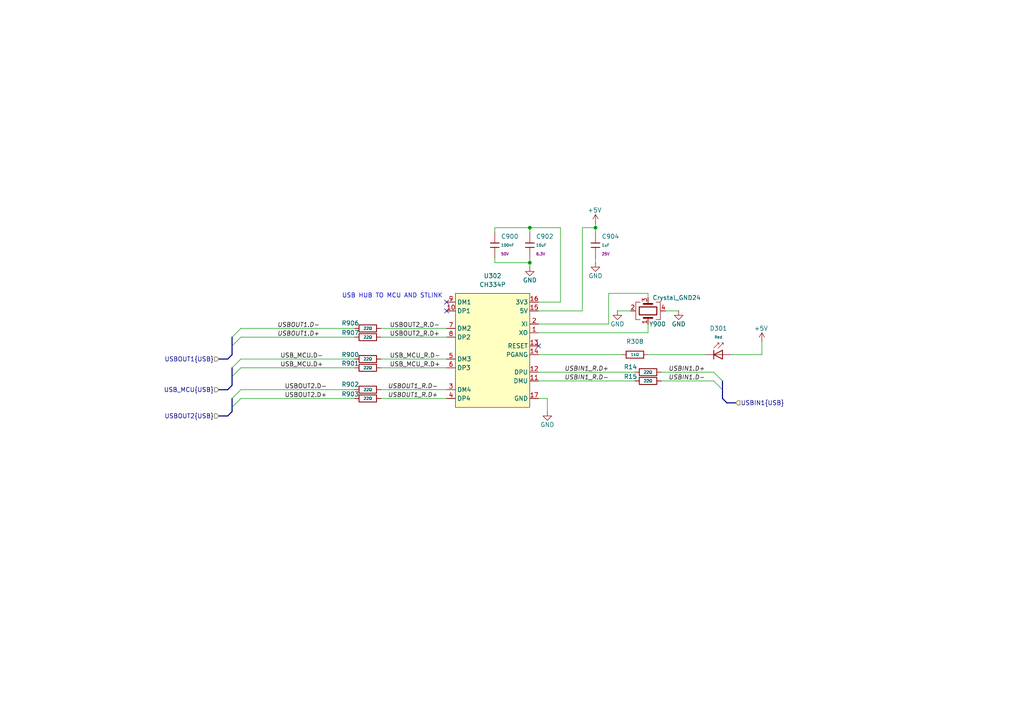
<source format=kicad_sch>
(kicad_sch (version 20250114) (generator "eeschema") (generator_version "9.0")
  (paper "A4")
  (title_block (title "MMS2") (date "2025-04-22") (rev "A") (company "Moducard System") (comment 1 "Artem Horiunov") (comment 2 "Designed in poland"))
  (lib_symbols
    (symbol "CH334P:CH334P"
      (property "Reference" "U" (at -8.89 7.62 0))
      (property "Value" "CH334P" (at -1.27 1.27 0))
      (symbol "CH334P_1_1"
        (rectangle (start -10.16 6.35) (end 11.43 -26.67) (fill (type background)))
        (pin input line (at -12.7 3.81 0) (length 2.54) (name "DM1") (number "9"))
        (pin input line (at -12.7 1.27 0) (length 2.54) (name "DP1") (number "10"))
        (pin input line (at -12.7 -3.81 0) (length 2.54) (name "DM2") (number "7"))
        (pin input line (at -12.7 -6.35 0) (length 2.54) (name "DP2") (number "8"))
        (pin input line (at -12.7 -12.7 0) (length 2.54) (name "DM3") (number "5"))
        (pin input line (at -12.7 -15.24 0) (length 2.54) (name "DP3") (number "6"))
        (pin input line (at -12.7 -21.59 0) (length 2.54) (name "DM4") (number "3"))
        (pin input line (at -12.7 -24.13 0) (length 2.54) (name "DP4") (number "4"))
        (pin input line (at 13.97 3.81 180) (length 2.54) (name "3V3") (number "16"))
        (pin input line (at 13.97 1.27 180) (length 2.54) (name "5V") (number "15"))
        (pin input line (at 13.97 -2.54 180) (length 2.54) (name "XI") (number "2"))
        (pin input line (at 13.97 -5.08 180) (length 2.54) (name "XO") (number "1"))
        (pin input line (at 13.97 -8.89 180) (length 2.54) (name "RESET") (number "13"))
        (pin input line (at 13.97 -11.43 180) (length 2.54) (name "PGANG") (number "14"))
        (pin input line (at 13.97 -16.51 180) (length 2.54) (name "DPU") (number "12"))
        (pin input line (at 13.97 -19.05 180) (length 2.54) (name "DMU") (number "11"))
        (pin input line (at 13.97 -24.13 180) (length 2.54) (name "GND") (number "17"))
      )
    )
    (symbol "Device:Crystal_GND24" (pin_names (offset 1.016) (hide yes))
      (property "Reference" "Y" (at 3.175 5.08 0))
      (property "Value" "Crystal_GND24" (at 3.175 3.175 0))
      (symbol "Crystal_GND24_0_1"
        (polyline (pts (xy -2.54 2.286) (xy -2.54 3.556) (xy 2.54 3.556) (xy 2.54 2.286)))
        (polyline (pts (xy -2.54 0) (xy -2.032 0)))
        (polyline (pts (xy -2.54 -2.286) (xy -2.54 -3.556) (xy 2.54 -3.556) (xy 2.54 -2.286)))
        (polyline (pts (xy -2.032 -1.27) (xy -2.032 1.27)) (stroke (width 0.508)))
        (rectangle (start -1.143 2.54) (end 1.143 -2.54) (stroke (width 0.3048)))
        (polyline (pts (xy 0 3.556) (xy 0 3.81)))
        (polyline (pts (xy 0 -3.81) (xy 0 -3.556)))
        (polyline (pts (xy 2.032 0) (xy 2.54 0)))
        (polyline (pts (xy 2.032 -1.27) (xy 2.032 1.27)) (stroke (width 0.508)))
      )
      (symbol "Crystal_GND24_1_1"
        (pin passive line (at -3.81 0 0) (length 1.27) (name "1") (number "1"))
        (pin passive line (at 0 5.08 270) (length 1.27) (name "2") (number "2"))
        (pin passive line (at 0 -5.08 90) (length 1.27) (name "4") (number "4"))
        (pin passive line (at 3.81 0 180) (length 1.27) (name "3") (number "3"))
      )
    )
    (symbol "PCM_JLCPCB-Capacitors:0402,100nF,(2)" (pin_numbers (hide yes)) (pin_names (offset 0))
      (property "Reference" "C" (at 2.032 1.668 0))
      (property "Value" "100nF" (at 2.032 -0.3782 0))
      (property "Voltage Rated" "50V" (at 2.032 -2.0462 0))
      (symbol "0402,100nF,(2)_0_1"
        (polyline (pts (xy -1.27 0.635) (xy 1.27 0.635)) (stroke (width 0.254)))
        (polyline (pts (xy -1.27 -0.635) (xy 1.27 -0.635)) (stroke (width 0.254)))
      )
      (symbol "0402,100nF,(2)_1_1"
        (pin passive line (at 0 3.81 270) (length 3.175) (name "~") (number "1"))
        (pin passive line (at 0 -3.81 90) (length 3.175) (name "~") (number "2"))
      )
    )
    (symbol "PCM_JLCPCB-Capacitors:0402,10uF" (pin_numbers (hide yes)) (pin_names (offset 0))
      (property "Reference" "C" (at 2.032 1.668 0))
      (property "Value" "10uF" (at 2.032 -0.3782 0))
      (property "Voltage Rated" "6.3V" (at 2.032 -2.0462 0))
      (symbol "0402,10uF_0_1"
        (polyline (pts (xy -1.27 0.635) (xy 1.27 0.635)) (stroke (width 0.254)))
        (polyline (pts (xy -1.27 -0.635) (xy 1.27 -0.635)) (stroke (width 0.254)))
      )
      (symbol "0402,10uF_1_1"
        (pin passive line (at 0 3.81 270) (length 3.175) (name "~") (number "1"))
        (pin passive line (at 0 -3.81 90) (length 3.175) (name "~") (number "2"))
      )
    )
    (symbol "PCM_JLCPCB-Capacitors:0402,1uF" (pin_numbers (hide yes)) (pin_names (offset 0))
      (property "Reference" "C" (at 2.032 1.668 0))
      (property "Value" "1uF" (at 2.032 -0.3782 0))
      (property "Voltage Rated" "25V" (at 2.032 -2.0462 0))
      (symbol "0402,1uF_0_1"
        (polyline (pts (xy -1.27 0.635) (xy 1.27 0.635)) (stroke (width 0.254)))
        (polyline (pts (xy -1.27 -0.635) (xy 1.27 -0.635)) (stroke (width 0.254)))
      )
      (symbol "0402,1uF_1_1"
        (pin passive line (at 0 3.81 270) (length 3.175) (name "~") (number "1"))
        (pin passive line (at 0 -3.81 90) (length 3.175) (name "~") (number "2"))
      )
    )
    (symbol "PCM_JLCPCB-Diodes:LED,0603,Red" (pin_numbers (hide yes)) (pin_names (offset 0))
      (property "Reference" "D" (at 2.032 0.834 0))
      (property "Value" "Red" (at 2.032 -1.2122 0))
      (symbol "LED,0603,Red_0_1"
        (polyline (pts (xy -1.905 0) (xy -3.429 1.524) (xy -3.429 1.016) (xy -3.429 1.524) (xy -2.921 1.524)) (stroke (width 0.127)))
        (polyline (pts (xy -1.905 -1.27) (xy -3.429 0.254) (xy -3.429 -0.254) (xy -3.429 0.254) (xy -2.921 0.254)) (stroke (width 0.127)))
        (polyline (pts (xy -1.27 1.27) (xy 0 -1.27) (xy 1.27 1.27) (xy -1.27 1.27)) (stroke (width 0.254)))
        (polyline (pts (xy -1.27 -1.27) (xy 1.27 -1.27)) (stroke (width 0.254)))
      )
      (symbol "LED,0603,Red_1_1"
        (pin passive line (at 0 3.81 270) (length 3.81) (name "~") (number "2"))
        (pin passive line (at 0 -3.81 90) (length 3.81) (name "~") (number "1"))
      )
    )
    (symbol "PCM_JLCPCB-Resistors:0402,1kΩ" (pin_numbers (hide yes)) (pin_names (offset 0))
      (property "Reference" "R" (at 1.778 0 0))
      (property "Value" "1kΩ" (at 0 0 90))
      (symbol "0402,1kΩ_0_1"
        (rectangle (start -1.016 2.54) (end 1.016 -2.54) (stroke (width 0.254)))
      )
      (symbol "0402,1kΩ_1_1"
        (pin passive line (at 0 3.81 270) (length 1.27) (name "~") (number "1"))
        (pin passive line (at 0 -3.81 90) (length 1.27) (name "~") (number "2"))
      )
    )
    (symbol "PCM_JLCPCB-Resistors:0402,22Ω" (pin_numbers (hide yes)) (pin_names (offset 0))
      (property "Reference" "R" (at 1.778 0 0))
      (property "Value" "22Ω" (at 0 0 90))
      (symbol "0402,22Ω_0_1"
        (rectangle (start -1.016 2.54) (end 1.016 -2.54) (stroke (width 0.254)))
      )
      (symbol "0402,22Ω_1_1"
        (pin passive line (at 0 3.81 270) (length 1.27) (name "~") (number "1"))
        (pin passive line (at 0 -3.81 90) (length 1.27) (name "~") (number "2"))
      )
    )
    (symbol "power:+5V" (power) (pin_numbers (hide yes)) (pin_names (offset 0) (hide yes))
      (property "Value" "+5V" (at 0 3.556 0))
      (symbol "+5V_0_1"
        (polyline (pts (xy -0.762 1.27) (xy 0 2.54)))
        (polyline (pts (xy 0 2.54) (xy 0.762 1.27)))
        (polyline (pts (xy 0 0) (xy 0 2.54)))
      )
      (symbol "+5V_1_1"
        (pin power_in line (at 0 0 90) (length 0) (name "~") (number "1"))
      )
    )
    (symbol "power:GND" (power) (pin_numbers (hide yes)) (pin_names (offset 0) (hide yes))
      (property "Value" "GND" (at 0 -3.81 0))
      (symbol "GND_0_1"
        (polyline (pts (xy 0 0) (xy 0 -1.27) (xy 1.27 -1.27) (xy 0 -2.54) (xy -1.27 -1.27) (xy 0 -1.27)))
      )
      (symbol "GND_1_1"
        (pin power_in line (at 0 0 270) (length 0) (name "~") (number "1"))
      )
    )
  )
  (text "USB HUB TO MCU AND STLINK" (at 113.792 85.852 0) (effects (font (size 1.27 1.27))))
  (junction (at 172.72 66.04))
  (junction (at 153.67 66.04))
  (junction (at 153.67 76.2))
  (no_connect (at 129.54 87.63))
  (no_connect (at 156.21 100.33))
  (no_connect (at 129.54 90.17))
  (bus_entry (at 209.55 110.49) (size -2.54 -2.54))
  (bus_entry (at 67.31 118.11) (size 2.54 -2.54))
  (bus_entry (at 67.31 115.57) (size 2.54 -2.54))
  (bus_entry (at 209.55 113.03) (size -2.54 -2.54))
  (bus_entry (at 69.85 104.14) (size -2.54 2.54))
  (bus_entry (at 69.85 97.79) (size -2.54 2.54))
  (bus_entry (at 69.85 106.68) (size -2.54 2.54))
  (bus_entry (at 69.85 95.25) (size -2.54 2.54))
  (wire (pts (xy 156.21 110.49) (xy 184.15 110.49)))
  (wire (pts (xy 69.85 95.25) (xy 102.87 95.25)))
  (wire (pts (xy 110.49 113.03) (xy 129.54 113.03)))
  (wire (pts (xy 156.21 96.52) (xy 187.96 96.52)))
  (bus (pts (xy 63.5 120.65) (xy 66.04 120.65)))
  (bus (pts (xy 209.55 113.03) (xy 209.55 115.57)))
  (wire (pts (xy 143.51 76.2) (xy 143.51 74.93)))
  (bus (pts (xy 67.31 97.79) (xy 67.31 100.33)))
  (wire (pts (xy 156.21 90.17) (xy 168.91 90.17)))
  (wire (pts (xy 156.21 87.63) (xy 162.56 87.63)))
  (wire (pts (xy 187.96 93.98) (xy 187.96 96.52)))
  (bus (pts (xy 210.82 116.84) (xy 213.36 116.84)))
  (wire (pts (xy 162.56 66.04) (xy 162.56 87.63)))
  (wire (pts (xy 212.09 102.87) (xy 220.98 102.87)))
  (wire (pts (xy 168.91 66.04) (xy 168.91 90.17)))
  (wire (pts (xy 153.67 76.2) (xy 153.67 77.47)))
  (bus (pts (xy 67.31 100.33) (xy 67.31 102.87)))
  (wire (pts (xy 153.67 74.93) (xy 153.67 76.2)))
  (wire (pts (xy 193.04 90.17) (xy 196.85 90.17)))
  (wire (pts (xy 191.77 107.95) (xy 207.01 107.95)))
  (bus (pts (xy 67.31 102.87) (xy 66.04 104.14)))
  (wire (pts (xy 69.85 97.79) (xy 102.87 97.79)))
  (wire (pts (xy 156.21 93.98) (xy 176.53 93.98)))
  (bus (pts (xy 63.5 104.14) (xy 66.04 104.14)))
  (bus (pts (xy 209.55 110.49) (xy 209.55 113.03)))
  (wire (pts (xy 158.75 119.38) (xy 158.75 115.57)))
  (bus (pts (xy 67.31 106.68) (xy 67.31 109.22)))
  (bus (pts (xy 63.5 113.03) (xy 66.04 113.03)))
  (wire (pts (xy 176.53 85.09) (xy 187.96 85.09)))
  (wire (pts (xy 110.49 97.79) (xy 129.54 97.79)))
  (wire (pts (xy 168.91 66.04) (xy 172.72 66.04)))
  (wire (pts (xy 69.85 113.03) (xy 102.87 113.03)))
  (wire (pts (xy 143.51 76.2) (xy 153.67 76.2)))
  (wire (pts (xy 143.51 66.04) (xy 143.51 67.31)))
  (wire (pts (xy 172.72 67.31) (xy 172.72 66.04)))
  (bus (pts (xy 67.31 109.22) (xy 67.31 111.76)))
  (bus (pts (xy 67.31 115.57) (xy 67.31 118.11)))
  (wire (pts (xy 176.53 85.09) (xy 176.53 93.98)))
  (wire (pts (xy 220.98 102.87) (xy 220.98 99.06)))
  (wire (pts (xy 69.85 115.57) (xy 102.87 115.57)))
  (wire (pts (xy 110.49 106.68) (xy 129.54 106.68)))
  (wire (pts (xy 156.21 102.87) (xy 180.34 102.87)))
  (wire (pts (xy 158.75 115.57) (xy 156.21 115.57)))
  (wire (pts (xy 110.49 95.25) (xy 129.54 95.25)))
  (bus (pts (xy 210.82 116.84) (xy 209.55 115.57)))
  (wire (pts (xy 69.85 104.14) (xy 102.87 104.14)))
  (wire (pts (xy 191.77 110.49) (xy 207.01 110.49)))
  (wire (pts (xy 187.96 85.09) (xy 187.96 86.36)))
  (wire (pts (xy 69.85 106.68) (xy 102.87 106.68)))
  (bus (pts (xy 67.31 111.76) (xy 66.04 113.03)))
  (wire (pts (xy 172.72 74.93) (xy 172.72 76.2)))
  (wire (pts (xy 110.49 104.14) (xy 129.54 104.14)))
  (bus (pts (xy 67.31 119.38) (xy 66.04 120.65)))
  (wire (pts (xy 172.72 64.77) (xy 172.72 66.04)))
  (wire (pts (xy 110.49 115.57) (xy 129.54 115.57)))
  (wire (pts (xy 156.21 107.95) (xy 184.15 107.95)))
  (bus (pts (xy 67.31 118.11) (xy 67.31 119.38)))
  (wire (pts (xy 153.67 67.31) (xy 153.67 66.04)))
  (wire (pts (xy 143.51 66.04) (xy 153.67 66.04)))
  (wire (pts (xy 179.07 90.17) (xy 182.88 90.17)))
  (wire (pts (xy 162.56 66.04) (xy 153.67 66.04)))
  (wire (pts (xy 187.96 102.87) (xy 204.47 102.87)))
  (label "USBIN1.D+" (at 204.47 107.95 180) (effects (font (italic yes))))
  (label "USBOUT1_R.D+" (at 127 115.57 180) (effects (font (italic yes))))
  (label "USB_MCU.D+" (at 81.28 106.68 0))
  (label "USBOUT2.D-" (at 82.55 113.03 0))
  (label "USBIN1_R.D-" (at 176.53 110.49 180) (effects (font (italic yes))))
  (label "USB_MCU_R.D-" (at 113.03 104.14 0))
  (label "USBOUT2_R.D+" (at 113.03 97.79 0))
  (label "USBOUT1.D+" (at 92.71 97.79 180) (effects (font (italic yes))))
  (label "USBOUT2.D+" (at 82.55 115.57 0))
  (label "USBOUT1_R.D-" (at 127 113.03 180) (effects (font (italic yes))))
  (label "USB_MCU_R.D+" (at 113.03 106.68 0))
  (label "USBOUT2_R.D-" (at 113.03 95.25 0))
  (label "USBIN1_R.D+" (at 176.53 107.95 180) (effects (font (italic yes))))
  (label "USBOUT1.D-" (at 92.71 95.25 180) (effects (font (italic yes))))
  (label "USB_MCU.D-" (at 81.28 104.14 0))
  (label "USBIN1.D-" (at 204.47 110.49 180) (effects (font (italic yes))))
  (hierarchical_label "USBOUT2{USB}" (shape input) (at 63.5 120.65 180))
  (hierarchical_label "USBOUT1{USB}" (shape input) (at 63.5 104.14 180))
  (hierarchical_label "USB_MCU{USB}" (shape input) (at 63.5 113.03 180))
  (hierarchical_label "USBIN1{USB}" (shape input) (at 213.36 116.84 0))
  (symbol (lib_id "PCM_JLCPCB-Resistors:0402,22Ω") (at 187.96 110.49 90) (unit 1)
    (property "Reference" "R15" (at 182.88 109.22 90))
    (property "Value" "22Ω" (at 187.96 110.49 90) (effects (font (size 0.8 0.8))))
    (property "Footprint" "PCM_JLCPCB:R_0402" (effects (hide yes)))
    (property "Datasheet" "https://www.lcsc.com/datasheet/lcsc_datasheet_2205311900_UNI-ROYAL-Uniroyal-Elec-0402WGF220JTCE_C25092.pdf" (effects (hide yes)))
    (property "Description" "62.5mW Thick Film Resistors 50V ±1% ±100ppm/°C 22Ω 0402 Chip Resistor - Surface Mount ROHS" (effects (hide yes)))
    (property "LCSC" "C25092" (effects (hide yes)))
    (property "Stock" "2158519" (effects (hide yes)))
    (property "Price" "0.004USD" (effects (hide yes)))
    (property "Process" "SMT" (effects (hide yes)))
    (property "Minimum Qty" "20" (effects (hide yes)))
    (property "Attrition Qty" "10" (effects (hide yes)))
    (property "Class" "Basic Component" (effects (hide yes)))
    (property "Category" "Resistors,Chip Resistor - Surface Mount" (effects (hide yes)))
    (property "Manufacturer" "UNI-ROYAL(Uniroyal Elec)" (effects (hide yes)))
    (property "Part" "0402WGF220JTCE" (effects (hide yes)))
    (property "Resistance" "22Ω" (effects (hide yes)))
    (property "Power(Watts)" "62.5mW" (effects (hide yes)))
    (property "Type" "Thick Film Resistors" (effects (hide yes)))
    (property "Overload Voltage (Max)" "50V" (effects (hide yes)))
    (property "Operating Temperature Range" "-55°C~+155°C" (effects (hide yes)))
    (property "Tolerance" "±1%" (effects (hide yes)))
    (property "Temperature Coefficient" "±100ppm/°C" (effects (hide yes)))
  )
  (symbol (lib_id "PCM_JLCPCB-Resistors:0402,22Ω") (at 106.68 104.14 90) (unit 1)
    (property "Reference" "R900" (at 101.6 102.87 90))
    (property "Value" "22Ω" (at 106.68 104.14 90) (effects (font (size 0.8 0.8))))
    (property "Footprint" "PCM_JLCPCB:R_0402" (effects (hide yes)))
    (property "Datasheet" "https://www.lcsc.com/datasheet/lcsc_datasheet_2205311900_UNI-ROYAL-Uniroyal-Elec-0402WGF220JTCE_C25092.pdf" (effects (hide yes)))
    (property "Description" "62.5mW Thick Film Resistors 50V ±1% ±100ppm/°C 22Ω 0402 Chip Resistor - Surface Mount ROHS" (effects (hide yes)))
    (property "LCSC" "C25092" (effects (hide yes)))
    (property "Stock" "2158519" (effects (hide yes)))
    (property "Price" "0.004USD" (effects (hide yes)))
    (property "Process" "SMT" (effects (hide yes)))
    (property "Minimum Qty" "20" (effects (hide yes)))
    (property "Attrition Qty" "10" (effects (hide yes)))
    (property "Class" "Basic Component" (effects (hide yes)))
    (property "Category" "Resistors,Chip Resistor - Surface Mount" (effects (hide yes)))
    (property "Manufacturer" "UNI-ROYAL(Uniroyal Elec)" (effects (hide yes)))
    (property "Part" "0402WGF220JTCE" (effects (hide yes)))
    (property "Resistance" "22Ω" (effects (hide yes)))
    (property "Power(Watts)" "62.5mW" (effects (hide yes)))
    (property "Type" "Thick Film Resistors" (effects (hide yes)))
    (property "Overload Voltage (Max)" "50V" (effects (hide yes)))
    (property "Operating Temperature Range" "-55°C~+155°C" (effects (hide yes)))
    (property "Tolerance" "±1%" (effects (hide yes)))
    (property "Temperature Coefficient" "±100ppm/°C" (effects (hide yes)))
  )
  (symbol (lib_id "power:GND") (at 196.85 90.17 0) (unit 1)
    (property "Reference" "#PWR0901" (effects (hide yes)))
    (property "Value" "GND" (at 196.85 93.98 0))
    (property "Description" "Power symbol creates a global label with name \"GND\" , ground" (effects (hide yes)))
  )
  (symbol (lib_id "PCM_JLCPCB-Resistors:0402,22Ω") (at 106.68 97.79 90) (unit 1)
    (property "Reference" "R907" (at 101.6 96.52 90))
    (property "Value" "22Ω" (at 106.68 97.79 90) (effects (font (size 0.8 0.8))))
    (property "Footprint" "PCM_JLCPCB:R_0402" (effects (hide yes)))
    (property "Datasheet" "https://www.lcsc.com/datasheet/lcsc_datasheet_2205311900_UNI-ROYAL-Uniroyal-Elec-0402WGF220JTCE_C25092.pdf" (effects (hide yes)))
    (property "Description" "62.5mW Thick Film Resistors 50V ±1% ±100ppm/°C 22Ω 0402 Chip Resistor - Surface Mount ROHS" (effects (hide yes)))
    (property "LCSC" "C25092" (effects (hide yes)))
    (property "Stock" "2158519" (effects (hide yes)))
    (property "Price" "0.004USD" (effects (hide yes)))
    (property "Process" "SMT" (effects (hide yes)))
    (property "Minimum Qty" "20" (effects (hide yes)))
    (property "Attrition Qty" "10" (effects (hide yes)))
    (property "Class" "Basic Component" (effects (hide yes)))
    (property "Category" "Resistors,Chip Resistor - Surface Mount" (effects (hide yes)))
    (property "Manufacturer" "UNI-ROYAL(Uniroyal Elec)" (effects (hide yes)))
    (property "Part" "0402WGF220JTCE" (effects (hide yes)))
    (property "Resistance" "22Ω" (effects (hide yes)))
    (property "Power(Watts)" "62.5mW" (effects (hide yes)))
    (property "Type" "Thick Film Resistors" (effects (hide yes)))
    (property "Overload Voltage (Max)" "50V" (effects (hide yes)))
    (property "Operating Temperature Range" "-55°C~+155°C" (effects (hide yes)))
    (property "Tolerance" "±1%" (effects (hide yes)))
    (property "Temperature Coefficient" "±100ppm/°C" (effects (hide yes)))
  )
  (symbol (lib_id "power:GND") (at 153.67 77.47 0) (unit 1)
    (property "Reference" "#PWR0905" (effects (hide yes)))
    (property "Value" "GND" (at 153.67 81.28 0))
    (property "Description" "Power symbol creates a global label with name \"GND\" , ground" (effects (hide yes)))
  )
  (symbol (lib_id "PCM_JLCPCB-Capacitors:0402,100nF,(2)") (at 143.51 71.12 0) (unit 1)
    (property "Reference" "C900" (at 145.288 68.5799 0) (effects (justify left)))
    (property "Value" "100nF" (at 145.288 71.12 0) (effects (font (size 0.8 0.8)) (justify left)))
    (property "Footprint" "PCM_JLCPCB:C_0402" (effects (hide yes)))
    (property "Datasheet" "https://www.lcsc.com/datasheet/lcsc_datasheet_2304140030_Samsung-Electro-Mechanics-CL05B104KB54PNC_C307331.pdf" (effects (hide yes)))
    (property "Description" "50V 100nF X7R ±10% 0402 Multilayer Ceramic Capacitors MLCC - SMD/SMT ROHS" (effects (hide yes)))
    (property "LCSC" "C307331" (effects (hide yes)))
    (property "Stock" "5436546" (effects (hide yes)))
    (property "Price" "0.008USD" (effects (hide yes)))
    (property "Process" "SMT" (effects (hide yes)))
    (property "Minimum Qty" "20" (effects (hide yes)))
    (property "Attrition Qty" "10" (effects (hide yes)))
    (property "Class" "Basic Component" (effects (hide yes)))
    (property "Category" "Capacitors,Multilayer Ceramic Capacitors MLCC - SMD/SMT" (effects (hide yes)))
    (property "Manufacturer" "Samsung Electro-Mechanics" (effects (hide yes)))
    (property "Part" "CL05B104KB54PNC" (effects (hide yes)))
    (property "Voltage Rated" "50V" (at 145.288 73.66 0) (effects (font (size 0.8 0.8)) (justify left)))
    (property "Tolerance" "±10%" (effects (hide yes)))
    (property "Capacitance" "100nF" (effects (hide yes)))
    (property "Temperature Coefficient" "X7R" (effects (hide yes)))
  )
  (symbol (lib_id "PCM_JLCPCB-Capacitors:0402,1uF") (at 172.72 71.12 0) (unit 1)
    (property "Reference" "C904" (at 174.498 68.58 0) (effects (justify left)))
    (property "Value" "1uF" (at 174.498 71.1201 0) (effects (font (size 0.8 0.8)) (justify left)))
    (property "Footprint" "PCM_JLCPCB:C_0402" (effects (hide yes)))
    (property "Datasheet" "https://www.lcsc.com/datasheet/lcsc_datasheet_2304140030_Samsung-Electro-Mechanics-CL05A105KA5NQNC_C52923.pdf" (effects (hide yes)))
    (property "Description" "25V 1uF X5R ±10% 0402 Multilayer Ceramic Capacitors MLCC - SMD/SMT ROHS" (effects (hide yes)))
    (property "LCSC" "C52923" (effects (hide yes)))
    (property "Stock" "6453835" (effects (hide yes)))
    (property "Price" "0.006USD" (effects (hide yes)))
    (property "Process" "SMT" (effects (hide yes)))
    (property "Minimum Qty" "20" (effects (hide yes)))
    (property "Attrition Qty" "10" (effects (hide yes)))
    (property "Class" "Basic Component" (effects (hide yes)))
    (property "Category" "Capacitors,Multilayer Ceramic Capacitors MLCC - SMD/SMT" (effects (hide yes)))
    (property "Manufacturer" "Samsung Electro-Mechanics" (effects (hide yes)))
    (property "Part" "CL05A105KA5NQNC" (effects (hide yes)))
    (property "Voltage Rated" "25V" (at 174.498 73.6601 0) (effects (font (size 0.8 0.8)) (justify left)))
    (property "Tolerance" "±10%" (effects (hide yes)))
    (property "Capacitance" "1uF" (effects (hide yes)))
    (property "Temperature Coefficient" "X5R" (effects (hide yes)))
  )
  (symbol (lib_id "CH334P:CH334P") (at 142.24 91.44 0) (unit 1)
    (property "Reference" "U302" (at 142.875 80.01 0))
    (property "Value" "CH334P" (at 142.875 82.55 0))
    (property "Footprint" "Package_DFN_QFN:QFN-16-1EP_3x3mm_P0.5mm_EP1.7x1.7mm" (effects (hide yes)))
    (property "Datasheet" "https://www.lcsc.com/datasheet/lcsc_datasheet_2408131044_WCH-Jiangsu-Qin-Heng-CH334P_C5373042.pdf" (effects (hide yes)))
    (property "Description" "4 Port Hub with MTT" (effects (hide yes)))
  )
  (symbol (lib_id "PCM_JLCPCB-Resistors:0402,22Ω") (at 106.68 113.03 90) (unit 1)
    (property "Reference" "R902" (at 101.6 111.506 90))
    (property "Value" "22Ω" (at 106.68 113.03 90) (effects (font (size 0.8 0.8))))
    (property "Footprint" "PCM_JLCPCB:R_0402" (effects (hide yes)))
    (property "Datasheet" "https://www.lcsc.com/datasheet/lcsc_datasheet_2205311900_UNI-ROYAL-Uniroyal-Elec-0402WGF220JTCE_C25092.pdf" (effects (hide yes)))
    (property "Description" "62.5mW Thick Film Resistors 50V ±1% ±100ppm/°C 22Ω 0402 Chip Resistor - Surface Mount ROHS" (effects (hide yes)))
    (property "LCSC" "C25092" (effects (hide yes)))
    (property "Stock" "2158519" (effects (hide yes)))
    (property "Price" "0.004USD" (effects (hide yes)))
    (property "Process" "SMT" (effects (hide yes)))
    (property "Minimum Qty" "20" (effects (hide yes)))
    (property "Attrition Qty" "10" (effects (hide yes)))
    (property "Class" "Basic Component" (effects (hide yes)))
    (property "Category" "Resistors,Chip Resistor - Surface Mount" (effects (hide yes)))
    (property "Manufacturer" "UNI-ROYAL(Uniroyal Elec)" (effects (hide yes)))
    (property "Part" "0402WGF220JTCE" (effects (hide yes)))
    (property "Resistance" "22Ω" (effects (hide yes)))
    (property "Power(Watts)" "62.5mW" (effects (hide yes)))
    (property "Type" "Thick Film Resistors" (effects (hide yes)))
    (property "Overload Voltage (Max)" "50V" (effects (hide yes)))
    (property "Operating Temperature Range" "-55°C~+155°C" (effects (hide yes)))
    (property "Tolerance" "±1%" (effects (hide yes)))
    (property "Temperature Coefficient" "±100ppm/°C" (effects (hide yes)))
  )
  (symbol (lib_id "PCM_JLCPCB-Resistors:0402,22Ω") (at 106.68 115.57 90) (unit 1)
    (property "Reference" "R903" (at 101.6 114.3 90))
    (property "Value" "22Ω" (at 106.68 115.57 90) (effects (font (size 0.8 0.8))))
    (property "Footprint" "PCM_JLCPCB:R_0402" (effects (hide yes)))
    (property "Datasheet" "https://www.lcsc.com/datasheet/lcsc_datasheet_2205311900_UNI-ROYAL-Uniroyal-Elec-0402WGF220JTCE_C25092.pdf" (effects (hide yes)))
    (property "Description" "62.5mW Thick Film Resistors 50V ±1% ±100ppm/°C 22Ω 0402 Chip Resistor - Surface Mount ROHS" (effects (hide yes)))
    (property "LCSC" "C25092" (effects (hide yes)))
    (property "Stock" "2158519" (effects (hide yes)))
    (property "Price" "0.004USD" (effects (hide yes)))
    (property "Process" "SMT" (effects (hide yes)))
    (property "Minimum Qty" "20" (effects (hide yes)))
    (property "Attrition Qty" "10" (effects (hide yes)))
    (property "Class" "Basic Component" (effects (hide yes)))
    (property "Category" "Resistors,Chip Resistor - Surface Mount" (effects (hide yes)))
    (property "Manufacturer" "UNI-ROYAL(Uniroyal Elec)" (effects (hide yes)))
    (property "Part" "0402WGF220JTCE" (effects (hide yes)))
    (property "Resistance" "22Ω" (effects (hide yes)))
    (property "Power(Watts)" "62.5mW" (effects (hide yes)))
    (property "Type" "Thick Film Resistors" (effects (hide yes)))
    (property "Overload Voltage (Max)" "50V" (effects (hide yes)))
    (property "Operating Temperature Range" "-55°C~+155°C" (effects (hide yes)))
    (property "Tolerance" "±1%" (effects (hide yes)))
    (property "Temperature Coefficient" "±100ppm/°C" (effects (hide yes)))
  )
  (symbol (lib_id "PCM_JLCPCB-Resistors:0402,22Ω") (at 106.68 106.68 90) (unit 1)
    (property "Reference" "R901" (at 101.6 105.41 90))
    (property "Value" "22Ω" (at 106.68 106.68 90) (effects (font (size 0.8 0.8))))
    (property "Footprint" "PCM_JLCPCB:R_0402" (effects (hide yes)))
    (property "Datasheet" "https://www.lcsc.com/datasheet/lcsc_datasheet_2205311900_UNI-ROYAL-Uniroyal-Elec-0402WGF220JTCE_C25092.pdf" (effects (hide yes)))
    (property "Description" "62.5mW Thick Film Resistors 50V ±1% ±100ppm/°C 22Ω 0402 Chip Resistor - Surface Mount ROHS" (effects (hide yes)))
    (property "LCSC" "C25092" (effects (hide yes)))
    (property "Stock" "2158519" (effects (hide yes)))
    (property "Price" "0.004USD" (effects (hide yes)))
    (property "Process" "SMT" (effects (hide yes)))
    (property "Minimum Qty" "20" (effects (hide yes)))
    (property "Attrition Qty" "10" (effects (hide yes)))
    (property "Class" "Basic Component" (effects (hide yes)))
    (property "Category" "Resistors,Chip Resistor - Surface Mount" (effects (hide yes)))
    (property "Manufacturer" "UNI-ROYAL(Uniroyal Elec)" (effects (hide yes)))
    (property "Part" "0402WGF220JTCE" (effects (hide yes)))
    (property "Resistance" "22Ω" (effects (hide yes)))
    (property "Power(Watts)" "62.5mW" (effects (hide yes)))
    (property "Type" "Thick Film Resistors" (effects (hide yes)))
    (property "Overload Voltage (Max)" "50V" (effects (hide yes)))
    (property "Operating Temperature Range" "-55°C~+155°C" (effects (hide yes)))
    (property "Tolerance" "±1%" (effects (hide yes)))
    (property "Temperature Coefficient" "±100ppm/°C" (effects (hide yes)))
  )
  (symbol (lib_id "PCM_JLCPCB-Resistors:0402,22Ω") (at 187.96 107.95 90) (unit 1)
    (property "Reference" "R14" (at 182.88 106.426 90))
    (property "Value" "22Ω" (at 187.96 107.95 90) (effects (font (size 0.8 0.8))))
    (property "Footprint" "PCM_JLCPCB:R_0402" (effects (hide yes)))
    (property "Datasheet" "https://www.lcsc.com/datasheet/lcsc_datasheet_2205311900_UNI-ROYAL-Uniroyal-Elec-0402WGF220JTCE_C25092.pdf" (effects (hide yes)))
    (property "Description" "62.5mW Thick Film Resistors 50V ±1% ±100ppm/°C 22Ω 0402 Chip Resistor - Surface Mount ROHS" (effects (hide yes)))
    (property "LCSC" "C25092" (effects (hide yes)))
    (property "Stock" "2158519" (effects (hide yes)))
    (property "Price" "0.004USD" (effects (hide yes)))
    (property "Process" "SMT" (effects (hide yes)))
    (property "Minimum Qty" "20" (effects (hide yes)))
    (property "Attrition Qty" "10" (effects (hide yes)))
    (property "Class" "Basic Component" (effects (hide yes)))
    (property "Category" "Resistors,Chip Resistor - Surface Mount" (effects (hide yes)))
    (property "Manufacturer" "UNI-ROYAL(Uniroyal Elec)" (effects (hide yes)))
    (property "Part" "0402WGF220JTCE" (effects (hide yes)))
    (property "Resistance" "22Ω" (effects (hide yes)))
    (property "Power(Watts)" "62.5mW" (effects (hide yes)))
    (property "Type" "Thick Film Resistors" (effects (hide yes)))
    (property "Overload Voltage (Max)" "50V" (effects (hide yes)))
    (property "Operating Temperature Range" "-55°C~+155°C" (effects (hide yes)))
    (property "Tolerance" "±1%" (effects (hide yes)))
    (property "Temperature Coefficient" "±100ppm/°C" (effects (hide yes)))
  )
  (symbol (lib_id "PCM_JLCPCB-Resistors:0402,22Ω") (at 106.68 95.25 90) (unit 1)
    (property "Reference" "R906" (at 101.6 93.726 90))
    (property "Value" "22Ω" (at 106.68 95.25 90) (effects (font (size 0.8 0.8))))
    (property "Footprint" "PCM_JLCPCB:R_0402" (effects (hide yes)))
    (property "Datasheet" "https://www.lcsc.com/datasheet/lcsc_datasheet_2205311900_UNI-ROYAL-Uniroyal-Elec-0402WGF220JTCE_C25092.pdf" (effects (hide yes)))
    (property "Description" "62.5mW Thick Film Resistors 50V ±1% ±100ppm/°C 22Ω 0402 Chip Resistor - Surface Mount ROHS" (effects (hide yes)))
    (property "LCSC" "C25092" (effects (hide yes)))
    (property "Stock" "2158519" (effects (hide yes)))
    (property "Price" "0.004USD" (effects (hide yes)))
    (property "Process" "SMT" (effects (hide yes)))
    (property "Minimum Qty" "20" (effects (hide yes)))
    (property "Attrition Qty" "10" (effects (hide yes)))
    (property "Class" "Basic Component" (effects (hide yes)))
    (property "Category" "Resistors,Chip Resistor - Surface Mount" (effects (hide yes)))
    (property "Manufacturer" "UNI-ROYAL(Uniroyal Elec)" (effects (hide yes)))
    (property "Part" "0402WGF220JTCE" (effects (hide yes)))
    (property "Resistance" "22Ω" (effects (hide yes)))
    (property "Power(Watts)" "62.5mW" (effects (hide yes)))
    (property "Type" "Thick Film Resistors" (effects (hide yes)))
    (property "Overload Voltage (Max)" "50V" (effects (hide yes)))
    (property "Operating Temperature Range" "-55°C~+155°C" (effects (hide yes)))
    (property "Tolerance" "±1%" (effects (hide yes)))
    (property "Temperature Coefficient" "±100ppm/°C" (effects (hide yes)))
  )
  (symbol (lib_id "power:GND") (at 158.75 119.38 0) (unit 1)
    (property "Reference" "#PWR0329" (effects (hide yes)))
    (property "Value" "GND" (at 158.75 123.19 0))
    (property "Description" "Power symbol creates a global label with name \"GND\" , ground" (effects (hide yes)))
  )
  (symbol (lib_id "PCM_JLCPCB-Diodes:LED,0603,Red") (at 208.28 102.87 270) (unit 1)
    (property "Reference" "D301" (at 208.3752 95.25 90))
    (property "Value" "Red" (at 208.3752 97.79 90) (effects (font (size 0.8 0.8))))
    (property "Footprint" "PCM_JLCPCB:D_0603" (effects (hide yes)))
    (property "Datasheet" "https://www.lcsc.com/datasheet/lcsc_datasheet_1810231112_Hubei-KENTO-Elec-KT-0603R_C2286.pdf" (effects (hide yes)))
    (property "Description" "-40°C~+85°C Red 0603 LED Indication - Discrete ROHS" (effects (hide yes)))
    (property "LCSC" "C2286" (effects (hide yes)))
    (property "Stock" "3289269" (effects (hide yes)))
    (property "Price" "0.009USD" (effects (hide yes)))
    (property "Process" "SMT" (effects (hide yes)))
    (property "Minimum Qty" "20" (effects (hide yes)))
    (property "Attrition Qty" "6" (effects (hide yes)))
    (property "Class" "Basic Component" (effects (hide yes)))
    (property "Category" "Optocouplers & LEDs & Infrared,Light Emitting Diodes (LED)" (effects (hide yes)))
    (property "Manufacturer" "Hubei KENTO Elec" (effects (hide yes)))
    (property "Part" "KT-0603R" (effects (hide yes)))
  )
  (symbol (lib_id "PCM_JLCPCB-Capacitors:0402,10uF") (at 153.67 71.12 0) (unit 1)
    (property "Reference" "C902" (at 155.448 68.5799 0) (effects (justify left)))
    (property "Value" "10uF" (at 155.448 71.12 0) (effects (font (size 0.8 0.8)) (justify left)))
    (property "Footprint" "PCM_JLCPCB:C_0402" (effects (hide yes)))
    (property "Datasheet" "https://www.lcsc.com/datasheet/lcsc_datasheet_2208231630_Samsung-Electro-Mechanics-CL05A106MQ5NUNC_C15525.pdf" (effects (hide yes)))
    (property "Description" "6.3V 10uF X5R ±20% 0402 Multilayer Ceramic Capacitors MLCC - SMD/SMT ROHS" (effects (hide yes)))
    (property "LCSC" "C15525" (effects (hide yes)))
    (property "Stock" "1226257" (effects (hide yes)))
    (property "Price" "0.008USD" (effects (hide yes)))
    (property "Process" "SMT" (effects (hide yes)))
    (property "Minimum Qty" "20" (effects (hide yes)))
    (property "Attrition Qty" "10" (effects (hide yes)))
    (property "Class" "Basic Component" (effects (hide yes)))
    (property "Category" "Capacitors,Multilayer Ceramic Capacitors MLCC - SMD/SMT" (effects (hide yes)))
    (property "Manufacturer" "Samsung Electro-Mechanics" (effects (hide yes)))
    (property "Part" "CL05A106MQ5NUNC" (effects (hide yes)))
    (property "Voltage Rated" "6.3V" (at 155.448 73.66 0) (effects (font (size 0.8 0.8)) (justify left)))
    (property "Tolerance" "±20%" (effects (hide yes)))
    (property "Capacitance" "10uF" (effects (hide yes)))
    (property "Temperature Coefficient" "X5R" (effects (hide yes)))
  )
  (symbol (lib_id "power:+5V") (at 172.72 64.77 0) (unit 1)
    (property "Reference" "#PWR0902" (effects (hide yes)))
    (property "Value" "+5V" (at 172.466 60.96 0))
    (property "Description" "Power symbol creates a global label with name \"+5V\"" (effects (hide yes)))
  )
  (symbol (lib_id "power:GND") (at 172.72 76.2 0) (mirror y) (unit 1)
    (property "Reference" "#PWR0904" (effects (hide yes)))
    (property "Value" "GND" (at 172.72 80.01 0))
    (property "Description" "Power symbol creates a global label with name \"GND\" , ground" (effects (hide yes)))
  )
  (symbol (lib_id "power:GND") (at 179.07 90.17 0) (unit 1)
    (property "Reference" "#PWR0900" (effects (hide yes)))
    (property "Value" "GND" (at 179.07 93.98 0))
    (property "Description" "Power symbol creates a global label with name \"GND\" , ground" (effects (hide yes)))
  )
  (symbol (lib_id "PCM_JLCPCB-Resistors:0402,1kΩ") (at 184.15 102.87 90) (unit 1)
    (property "Reference" "R308" (at 184.15 99.06 90))
    (property "Value" "1kΩ" (at 184.15 102.87 90) (effects (font (size 0.8 0.8))))
    (property "Footprint" "PCM_JLCPCB:R_0402" (effects (hide yes)))
    (property "Datasheet" "https://www.lcsc.com/datasheet/lcsc_datasheet_2206010216_UNI-ROYAL-Uniroyal-Elec-0402WGF1001TCE_C11702.pdf" (effects (hide yes)))
    (property "Description" "62.5mW Thick Film Resistors 50V ±100ppm/°C ±1% 1kΩ 0402 Chip Resistor - Surface Mount ROHS" (effects (hide yes)))
    (property "LCSC" "C11702" (effects (hide yes)))
    (property "Stock" "7947916" (effects (hide yes)))
    (property "Price" "0.004USD" (effects (hide yes)))
    (property "Process" "SMT" (effects (hide yes)))
    (property "Minimum Qty" "20" (effects (hide yes)))
    (property "Attrition Qty" "10" (effects (hide yes)))
    (property "Class" "Basic Component" (effects (hide yes)))
    (property "Category" "Resistors,Chip Resistor - Surface Mount" (effects (hide yes)))
    (property "Manufacturer" "UNI-ROYAL(Uniroyal Elec)" (effects (hide yes)))
    (property "Part" "0402WGF1001TCE" (effects (hide yes)))
    (property "Resistance" "1kΩ" (effects (hide yes)))
    (property "Power(Watts)" "62.5mW" (effects (hide yes)))
    (property "Type" "Thick Film Resistors" (effects (hide yes)))
    (property "Overload Voltage (Max)" "50V" (effects (hide yes)))
    (property "Operating Temperature Range" "-55°C~+155°C" (effects (hide yes)))
    (property "Tolerance" "±1%" (effects (hide yes)))
    (property "Temperature Coefficient" "±100ppm/°C" (effects (hide yes)))
  )
  (symbol (lib_id "Device:Crystal_GND24") (at 187.96 90.17 90) (unit 1)
    (property "Reference" "Y900" (at 188.214 93.98 90) (effects (justify right)))
    (property "Value" "Crystal_GND24" (at 189.23 86.36 90) (effects (justify right)))
    (property "Footprint" "Crystal:Crystal_SMD_3225-4Pin_3.2x2.5mm" (effects (hide yes)))
    (property "Description" "Four pin crystal, GND on pins 2 and 4" (effects (hide yes)))
  )
  (symbol (lib_id "power:+5V") (at 220.98 99.06 0) (unit 1)
    (property "Reference" "#PWR0328" (effects (hide yes)))
    (property "Value" "+5V" (at 220.726 95.25 0))
    (property "Description" "Power symbol creates a global label with name \"+5V\"" (effects (hide yes)))
  )
)
</source>
